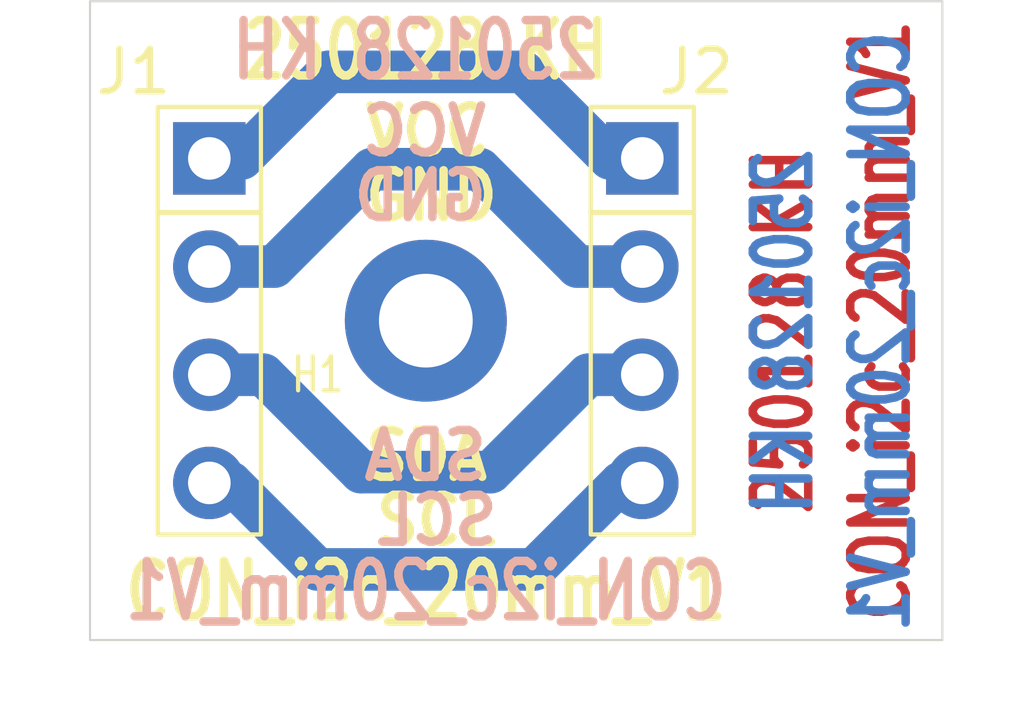
<source format=kicad_pcb>
(kicad_pcb (version 20240108) (generator "pcbnew") (generator_version "8.0")
  (layers (0 "F.Cu" signal) (31 "B.Cu" signal) (34 "B.Paste" user) (35 "F.Paste" user) (36 "B.SilkS" user "B.Silkscreen") (37 "F.SilkS" user "F.Silkscreen") (38 "B.Mask" user) (39 "F.Mask" user) (44 "Edge.Cuts" user))
  (net 0 "")
  (net 1 "/VCC")
  (net 2 "/GND")
  (net 3 "/SDA")
  (net 4 "/SCL")
  (footprint "_kh_library:MountingHole_2.2mm_M2_Pad_TopBottom_kh" (layer "F.Cu") (at 55.88 54.61)
    (property "Reference" "H1" (at -2.54 1.27 0) (layer "F.SilkS") (effects (font (size 0.8 0.6) (thickness 0.1))))
    (property "Value" "MountingHole")
    (pad "1" thru_hole circle (at 0 0) (size 2.6 2.6) (drill 2.2) (layers "*.Cu" "*.Mask"))
    (pad "1" connect circle (at 0 0) (size 3.8 3.8) (layers "F.Cu" "F.Mask"))
    (pad "1" connect circle (at 0 0) (size 3.8 3.8) (layers "B.Cu" "B.Mask"))
  )
  (footprint "_kh_library:PinSocket_1x04_P2.54mm_Vertical_kh" (layer "F.Cu") (at 60.96 50.8)
    (property "Reference" "J2" (at 1.27 -2.032 0) (layer "F.SilkS"))
    (property "Value" "Conn_01x04_Socket")
    (fp_line (start -1.21 1.27) (end 1.21 1.27) (stroke (width 0.12)) (layer "F.SilkS"))
    (fp_rect (start -1.21 -1.21) (end 1.21 8.83) (stroke (width 0.1)) (fill none) (layer "F.SilkS"))
    (pad "1" thru_hole rect (at 0 0) (size 1.7 1.7) (drill 1) (layers "*.Cu" "*.Mask") (net 1 "/VCC"))
    (pad "2" thru_hole oval (at 0 2.54) (size 1.7 1.7) (drill 1) (layers "*.Cu" "*.Mask") (net 2 "/GND"))
    (pad "3" thru_hole oval (at 0 5.08) (size 1.7 1.7) (drill 1) (layers "*.Cu" "*.Mask") (net 3 "/SDA"))
    (pad "4" thru_hole oval (at 0 7.62) (size 1.7 1.7) (drill 1) (layers "*.Cu" "*.Mask") (net 4 "/SCL"))
  )
  (footprint "_kh_library:PinSocket_1x04_P2.54mm_Vertical_kh" (layer "F.Cu") (at 50.8 50.8)
    (property "Reference" "J1" (at -1.778 -2.032 0) (layer "F.SilkS"))
    (property "Value" "Conn_01x04_Pin")
    (fp_line (start -1.21 1.27) (end 1.21 1.27) (stroke (width 0.12)) (layer "F.SilkS"))
    (fp_rect (start -1.21 -1.21) (end 1.21 8.83) (stroke (width 0.1)) (fill none) (layer "F.SilkS"))
    (pad "1" thru_hole rect (at 0 0) (size 1.7 1.7) (drill 1) (layers "*.Cu" "*.Mask") (net 1 "/VCC"))
    (pad "2" thru_hole oval (at 0 2.54) (size 1.7 1.7) (drill 1) (layers "*.Cu" "*.Mask") (net 2 "/GND"))
    (pad "3" thru_hole oval (at 0 5.08) (size 1.7 1.7) (drill 1) (layers "*.Cu" "*.Mask") (net 3 "/SDA"))
    (pad "4" thru_hole oval (at 0 7.62) (size 1.7 1.7) (drill 1) (layers "*.Cu" "*.Mask") (net 4 "/SCL"))
  )
  (gr_rect (start 48 47.11) (end 68 62.11) (stroke (width 0.05)) (fill none) (layer "Edge.Cuts"))
  (gr_text "CON_i2c_20mm_V1" (at 66.548 54.61 90) (layer "F.Cu") (effects (font (size 1.3 1) (thickness 0.2) (bold yes))))
  (gr_text "250128 KH" (at 64.262 54.864 90) (layer "F.Cu") (effects (font (size 1.3 1) (thickness 0.2) (bold yes))))
  (gr_text "CON_i2c_20mm_V1" (at 66.548 54.864 90) (layer "B.Cu") (effects (font (size 1.3 1) (thickness 0.2) (bold yes)) (justify mirror)))
  (gr_text "250128 KH" (at 64.262 54.864 90) (layer "B.Cu") (effects (font (size 1.3 1) (thickness 0.2) (bold yes)) (justify mirror)))
  (gr_text "SDA" (at 57.404 58.42 0) (layer "B.SilkS") (effects (font (size 1.1 1) (thickness 0.2) (bold yes)) (justify left bottom mirror)))
  (gr_text "SCL" (at 57.658 59.944 0) (layer "B.SilkS") (effects (font (size 1.1 1) (thickness 0.2) (bold yes)) (justify left bottom mirror)))
  (gr_text "GND" (at 57.404 52.324 0) (layer "B.SilkS") (effects (font (size 1.1 1) (thickness 0.2) (bold yes)) (justify left bottom mirror)))
  (gr_text "250128 KH" (at 55.626 48.26 0) (layer "B.SilkS") (effects (font (size 1.3 1) (thickness 0.2) (bold yes)) (justify mirror)))
  (gr_text "CON_i2c_20mm_V1" (at 55.88 60.96 0) (layer "B.SilkS") (effects (font (size 1.3 1) (thickness 0.2) (bold yes)) (justify mirror)))
  (gr_text "VCC" (at 57.404 50.8 0) (layer "B.SilkS") (effects (font (size 1.1 1) (thickness 0.2) (bold yes)) (justify left bottom mirror)))
  (gr_text "SDA" (at 54.356 58.42 0) (layer "F.SilkS") (effects (font (size 1.1 1) (thickness 0.2) (bold yes)) (justify left bottom)))
  (gr_text "SCL" (at 54.61 59.944 0) (layer "F.SilkS") (effects (font (size 1.1 1) (thickness 0.2) (bold yes)) (justify left bottom)))
  (gr_text "VCC" (at 54.356 50.8 0) (layer "F.SilkS") (effects (font (size 1.1 1) (thickness 0.2) (bold yes)) (justify left bottom)))
  (gr_text "CON_i2c_20mm_V1" (at 55.88 60.96 0) (layer "F.SilkS") (effects (font (size 1.3 1) (thickness 0.2) (bold yes))))
  (gr_text "GND" (at 54.356 52.324 0) (layer "F.SilkS") (effects (font (size 1.1 1) (thickness 0.2) (bold yes)) (justify left bottom)))
  (gr_text "250128 KH" (at 55.88 48.26 0) (layer "F.SilkS") (effects (font (size 1.3 1) (thickness 0.2) (bold yes))))
  (segment (start 53.594 48.768) (end 51.562 50.8) (width 1) (layer "B.Cu") (net 1))
  (segment (start 51.562 50.8) (end 50.8 50.8) (width 1) (layer "B.Cu") (net 1))
  (segment (start 60.198 50.8) (end 58.166 48.768) (width 1) (layer "B.Cu") (net 1))
  (segment (start 60.96 50.8) (end 60.198 50.8) (width 1) (layer "B.Cu") (net 1))
  (segment (start 58.166 48.768) (end 53.594 48.768) (width 1) (layer "B.Cu") (net 1))
  (segment (start 52.324 53.34) (end 50.8 53.34) (width 1) (layer "B.Cu") (net 2))
  (segment (start 54.61 51.054) (end 52.324 53.34) (width 1) (layer "B.Cu") (net 2))
  (segment (start 59.436 53.34) (end 57.15 51.054) (width 1) (layer "B.Cu") (net 2))
  (segment (start 60.96 53.34) (end 59.436 53.34) (width 1) (layer "B.Cu") (net 2))
  (segment (start 57.15 51.054) (end 54.61 51.054) (width 1) (layer "B.Cu") (net 2))
  (segment (start 57.404 58.166) (end 54.356 58.166) (width 1) (layer "B.Cu") (net 3))
  (segment (start 54.356 58.166) (end 52.07 55.88) (width 1) (layer "B.Cu") (net 3))
  (segment (start 52.07 55.88) (end 50.8 55.88) (width 1) (layer "B.Cu") (net 3))
  (segment (start 59.69 55.88) (end 57.404 58.166) (width 1) (layer "B.Cu") (net 3))
  (segment (start 60.96 55.88) (end 59.69 55.88) (width 1) (layer "B.Cu") (net 3))
  (segment (start 58.42 60.452) (end 60.452 58.42) (width 1) (layer "B.Cu") (net 4))
  (segment (start 50.8 58.42) (end 51.308 58.42) (width 1) (layer "B.Cu") (net 4))
  (segment (start 53.34 60.452) (end 58.42 60.452) (width 1) (layer "B.Cu") (net 4))
  (segment (start 60.452 58.42) (end 60.96 58.42) (width 1) (layer "B.Cu") (net 4))
  (segment (start 51.308 58.42) (end 53.34 60.452) (width 1) (layer "B.Cu") (net 4))
)
</source>
